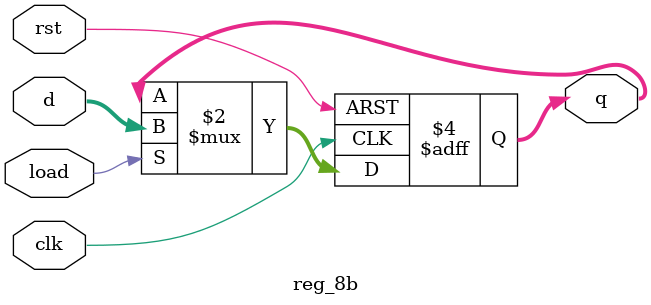
<source format=v>
module reg_8b (
    input clk,
    input rst,
    input load,
    input [7:0] d,
    output reg [7:0] q
);
always @(posedge clk or posedge rst) begin
    if (rst)
        q <= 8'b0;
    else if (load)
        q <= d;
end
endmodule

</source>
